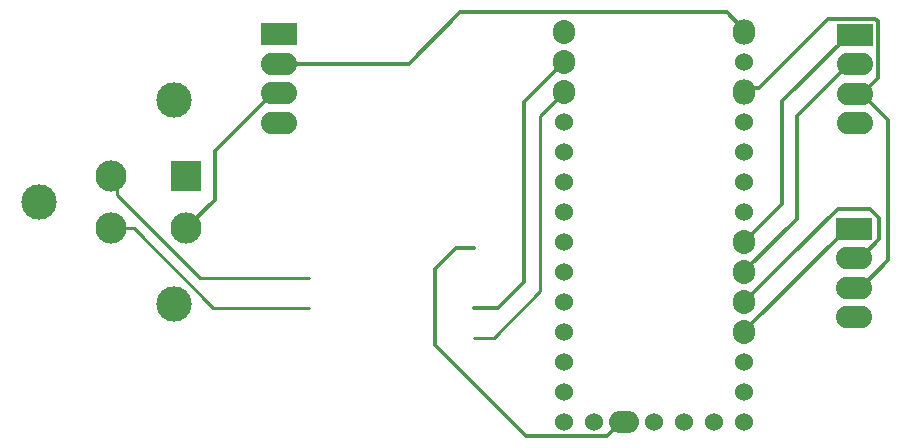
<source format=gbr>
%TF.GenerationSoftware,Altium Limited,Altium Designer,25.2.1 (25)*%
G04 Layer_Physical_Order=1*
G04 Layer_Color=255*
%FSLAX45Y45*%
%MOMM*%
%TF.SameCoordinates,EB21593C-EBE9-4C46-B465-0E1A71836AD5*%
%TF.FilePolarity,Positive*%
%TF.FileFunction,Copper,L1,Top,Signal*%
%TF.Part,Single*%
G01*
G75*
%TA.AperFunction,Conductor*%
%ADD10C,0.30480*%
%ADD11C,0.25400*%
%TA.AperFunction,ComponentPad*%
%ADD12C,1.52400*%
%ADD13O,2.54000X1.87960*%
%ADD14O,1.87960X2.15900*%
%ADD15O,1.87960X2.03200*%
%ADD16O,3.05100X1.90800*%
%ADD17R,3.05100X1.90800*%
%ADD18C,2.99000*%
%ADD19C,2.64000*%
%ADD20R,2.64000X2.64000*%
D10*
X7823200Y11366500D02*
X8166100Y11709400D01*
X7607300Y9626600D02*
X7823200Y9842500D01*
Y11366500D01*
X5207000Y10953750D02*
X5695950Y11442700D01*
X4965700Y10299700D02*
X5207000Y10541000D01*
Y10953750D01*
X9538970Y12128500D02*
X9690100Y11977370D01*
X6846615Y11692700D02*
X7282415Y12128500D01*
X9538970D01*
X9690100Y11963400D02*
Y11977370D01*
X5753100Y11692700D02*
X6846615D01*
X5695950Y11442700D02*
X5753100D01*
X10753523Y10464800D02*
X10833100Y10385223D01*
X10480877Y10464800D02*
X10753523D01*
X10061777Y10045700D02*
X10480877Y10464800D01*
X10674350Y10045700D02*
X10833100Y10204450D01*
Y10385223D01*
X10674350Y9795700D02*
X10909300Y10030650D01*
X10687050Y11438700D02*
X10909300Y11216450D01*
Y10030650D02*
Y11216450D01*
X9690100Y10185400D02*
X10007600Y10502900D01*
Y11373550D02*
X10572750Y11938700D01*
X10007600Y10502900D02*
Y11373550D01*
X10629900Y11438700D02*
X10687050D01*
X10617200Y9795700D02*
X10674350D01*
X10560050Y10295700D02*
X10617200D01*
X9690100Y9425750D02*
X10560050Y10295700D01*
X9690100Y9423400D02*
Y9425750D01*
X10617200Y10045700D02*
X10674350D01*
X10058400D02*
X10061777D01*
X7073900Y9956800D02*
X7251700Y10134600D01*
X7073900Y9309100D02*
Y9956800D01*
X7251700Y10134600D02*
X7404100D01*
X9690100Y9677400D02*
X10058400Y10045700D01*
X9690100Y9677400D02*
Y9677400D01*
X7404100Y9626600D02*
X7607300D01*
X10398340Y12074740D02*
X10799283D01*
X9809838Y11486238D02*
X10398340Y12074740D01*
X9690100Y11455400D02*
X9720938Y11486238D01*
X9809838D01*
X7073900Y9309100D02*
X7838440Y8544560D01*
X8524240D01*
X8641080Y8661400D02*
X8674100D01*
X8524240Y8544560D02*
X8641080Y8661400D01*
X8166100Y11709400D02*
Y11709400D01*
X10799283Y12074740D02*
X10823090Y12050933D01*
Y11574740D02*
Y12050933D01*
X10687050Y11438700D02*
X10823090Y11574740D01*
X9690100Y10185400D02*
Y10185400D01*
X10572750Y11938700D02*
X10629900D01*
X10131153Y11247103D02*
X10572750Y11688700D01*
X10629900D01*
X10131153Y10380073D02*
Y11247103D01*
X9690100Y9931400D02*
Y9939020D01*
X10131153Y10380073D01*
D11*
X7962900Y11252200D02*
X8166100Y11455400D01*
X7962900Y9766300D02*
Y11252200D01*
X7569200Y9372600D02*
X7962900Y9766300D01*
X7404100Y9372600D02*
X7569200D01*
X4521200Y10299700D02*
X5194300Y9626600D01*
X6007100D01*
X4376354Y10584246D02*
X5080000Y9880600D01*
X6007100D01*
X4376354Y10584246D02*
Y10699046D01*
X4330700Y10744700D02*
X4376354Y10699046D01*
X4330700Y10299700D02*
X4521200D01*
D12*
X9436100Y8661400D02*
D03*
X9182100D02*
D03*
X8928100D02*
D03*
X8420100D02*
D03*
X9690100Y11709400D02*
D03*
Y11201400D02*
D03*
Y10947400D02*
D03*
Y10693400D02*
D03*
Y10439400D02*
D03*
Y9169400D02*
D03*
Y8915400D02*
D03*
Y8661400D02*
D03*
X8166100Y11201400D02*
D03*
Y10947400D02*
D03*
Y10693400D02*
D03*
Y10439400D02*
D03*
Y10185400D02*
D03*
Y9931400D02*
D03*
Y9677400D02*
D03*
Y9423400D02*
D03*
Y9169400D02*
D03*
Y8915400D02*
D03*
Y8661400D02*
D03*
D13*
X8674100D02*
D03*
D14*
X9690100Y11963400D02*
D03*
Y11455400D02*
D03*
D15*
Y10185400D02*
D03*
Y9931400D02*
D03*
Y9677400D02*
D03*
Y9423400D02*
D03*
X8166100Y11963400D02*
D03*
Y11709400D02*
D03*
Y11455400D02*
D03*
D16*
X10617200Y9545700D02*
D03*
Y9795700D02*
D03*
Y10045700D02*
D03*
X5753100Y11192700D02*
D03*
Y11442700D02*
D03*
Y11692700D02*
D03*
X10629900Y11188700D02*
D03*
Y11438700D02*
D03*
Y11688700D02*
D03*
D17*
X10617200Y10295700D02*
D03*
X5753100Y11942700D02*
D03*
X10629900Y11938700D02*
D03*
D18*
X3720700Y10522200D02*
D03*
X4863700Y11387200D02*
D03*
Y9657200D02*
D03*
D19*
X4330700Y10744700D02*
D03*
Y10299700D02*
D03*
X4965700D02*
D03*
D20*
Y10744700D02*
D03*
%TF.MD5,f93f25049636e92c488443dd9bf2d495*%
M02*

</source>
